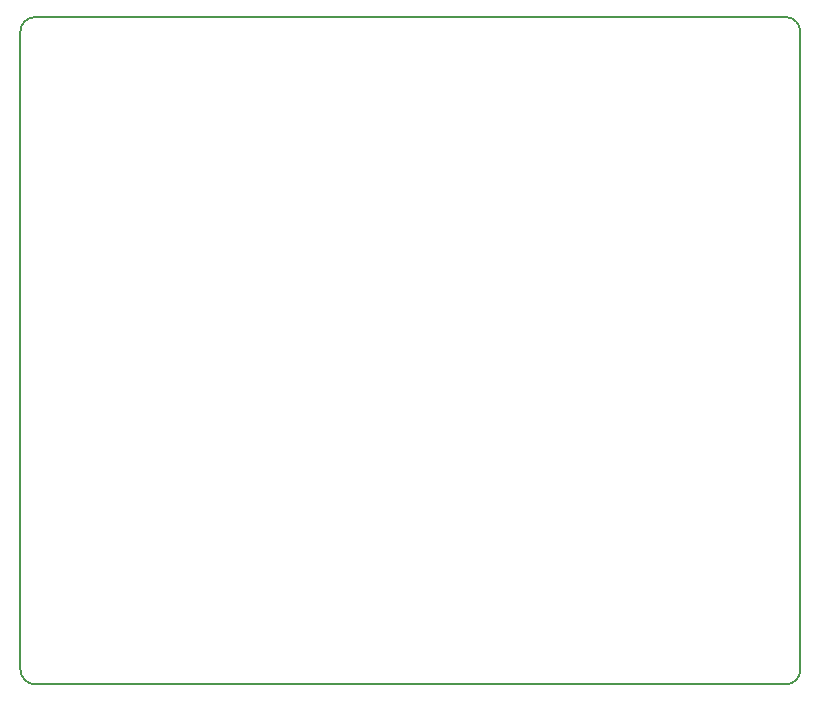
<source format=gko>
G04 DipTrace 3.0.0.2*
G04 TeensyArbotixProRPIV0.2a.gko*
%MOIN*%
G04 #@! TF.FileFunction,Profile*
G04 #@! TF.Part,Single*
%ADD11C,0.005512*%
%FSLAX26Y26*%
G04*
G70*
G90*
G75*
G01*
G04 BoardOutline*
%LPD*%
X443701Y393701D2*
D11*
X2943701D1*
G03X2993701Y443701I1J49999D01*
G01*
Y2568701D1*
G03X2943701Y2618701I-49999J1D01*
G01*
X443701D1*
G03X393701Y2568701I-1J-49999D01*
G01*
Y443701D1*
G03X443701Y393701I49999J-1D01*
G01*
M02*

</source>
